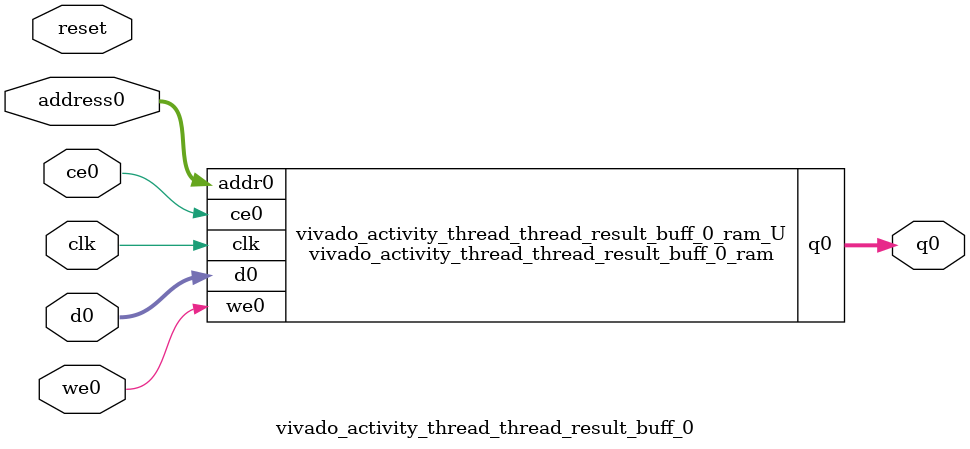
<source format=v>

`timescale 1 ns / 1 ps
module vivado_activity_thread_thread_result_buff_0_ram (addr0, ce0, d0, we0, q0,  clk);

parameter DWIDTH = 32;
parameter AWIDTH = 8;
parameter MEM_SIZE = 200;

input[AWIDTH-1:0] addr0;
input ce0;
input[DWIDTH-1:0] d0;
input we0;
output reg[DWIDTH-1:0] q0;
input clk;

(* ram_style = "block" *)reg [DWIDTH-1:0] ram[MEM_SIZE-1:0];




always @(posedge clk)  
begin 
    if (ce0) 
    begin
        if (we0) 
        begin 
            ram[addr0] <= d0; 
            q0 <= d0;
        end 
        else 
            q0 <= ram[addr0];
    end
end


endmodule


`timescale 1 ns / 1 ps
module vivado_activity_thread_thread_result_buff_0(
    reset,
    clk,
    address0,
    ce0,
    we0,
    d0,
    q0);

parameter DataWidth = 32'd32;
parameter AddressRange = 32'd200;
parameter AddressWidth = 32'd8;
input reset;
input clk;
input[AddressWidth - 1:0] address0;
input ce0;
input we0;
input[DataWidth - 1:0] d0;
output[DataWidth - 1:0] q0;




vivado_activity_thread_thread_result_buff_0_ram vivado_activity_thread_thread_result_buff_0_ram_U(
    .clk( clk ),
    .addr0( address0 ),
    .ce0( ce0 ),
    .d0( d0 ),
    .we0( we0 ),
    .q0( q0 ));

endmodule


</source>
